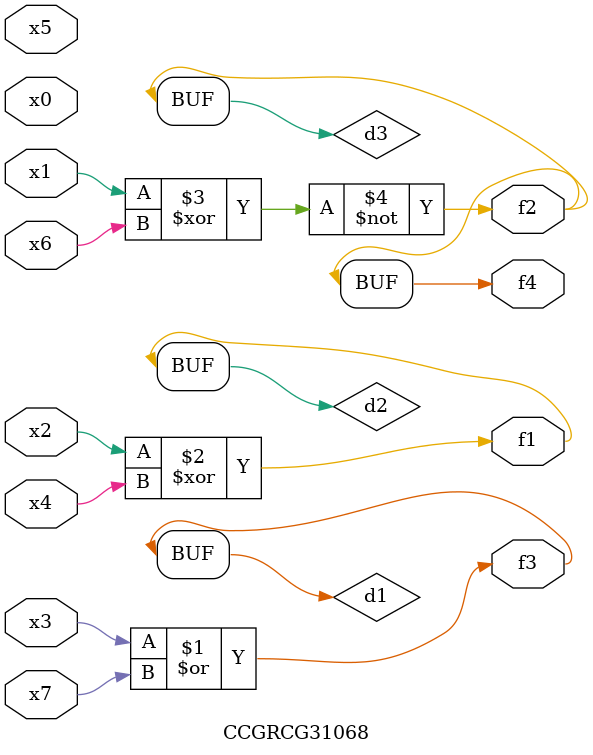
<source format=v>
module CCGRCG31068(
	input x0, x1, x2, x3, x4, x5, x6, x7,
	output f1, f2, f3, f4
);

	wire d1, d2, d3;

	or (d1, x3, x7);
	xor (d2, x2, x4);
	xnor (d3, x1, x6);
	assign f1 = d2;
	assign f2 = d3;
	assign f3 = d1;
	assign f4 = d3;
endmodule

</source>
